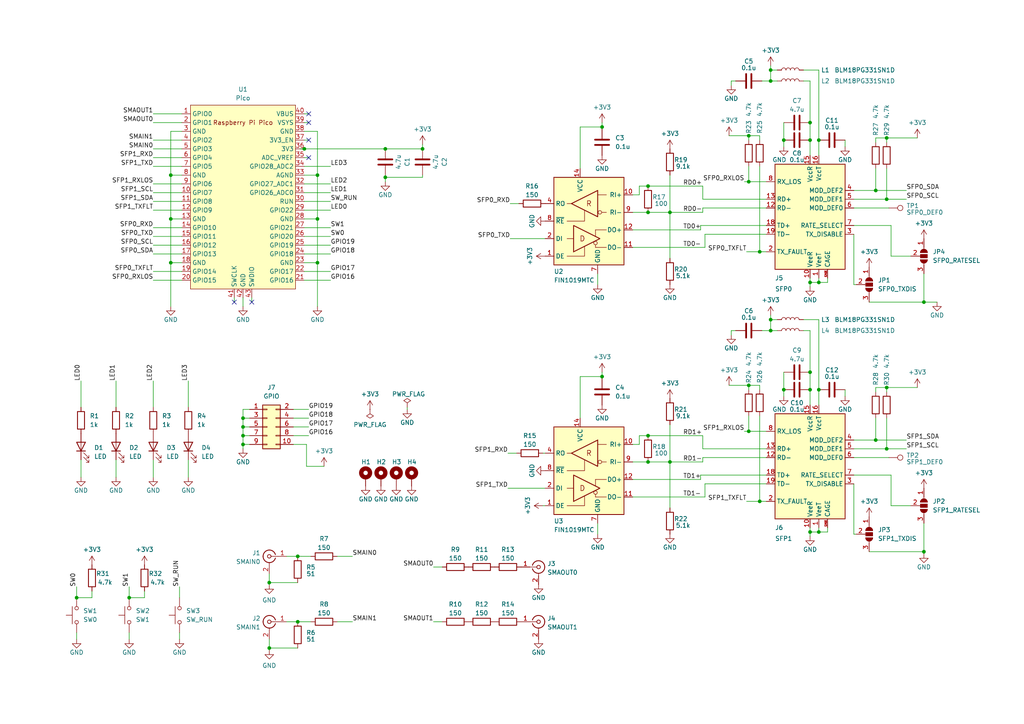
<source format=kicad_sch>
(kicad_sch (version 20211123) (generator eeschema)
  (paper "A4")
  (title_block (title "RasPico SHIBAKI Board") (date "2022-06-06") (rev "1.0") (company "kingyonull @twi_kingyo"))
  (junction (at 223.52 20.32))
  (junction (at 78.105 187.96))
  (junction (at 227.33 40.64))
  (junction (at 257.175 40.005))
  (junction (at 86.3492 161.3603))
  (junction (at 70.485 128.905))
  (junction (at 223.52 92.71))
  (junction (at 174.625 36.83))
  (junction (at 237.49 40.64))
  (junction (at 227.33 113.03))
  (junction (at 187.96 133.985))
  (junction (at 234.95 35.56))
  (junction (at 22.225 173.355))
  (junction (at 217.17 39.37))
  (junction (at 70.485 126.365))
  (junction (at 49.53 63.5))
  (junction (at 234.95 107.95))
  (junction (at 92.075 63.5))
  (junction (at 194.31 61.595))
  (junction (at 220.345 73.025))
  (junction (at 234.95 154.305))
  (junction (at 37.465 173.355))
  (junction (at 49.53 50.8))
  (junction (at 234.95 40.64))
  (junction (at 267.97 87.63))
  (junction (at 111.76 51.435))
  (junction (at 217.17 52.705))
  (junction (at 70.485 123.825))
  (junction (at 92.075 76.2))
  (junction (at 234.95 113.03))
  (junction (at 111.76 43.18))
  (junction (at 237.49 113.03))
  (junction (at 86.36 180.34))
  (junction (at 267.97 160.02))
  (junction (at 194.31 133.985))
  (junction (at 70.485 121.285))
  (junction (at 257.175 112.395))
  (junction (at 187.96 53.975))
  (junction (at 174.625 109.22))
  (junction (at 78.0942 168.9803))
  (junction (at 92.075 50.8))
  (junction (at 234.95 81.915))
  (junction (at 254 127.635))
  (junction (at 49.53 76.2))
  (junction (at 254 55.245))
  (junction (at 237.49 154.305))
  (junction (at 88.265 43.18))
  (junction (at 217.17 111.76))
  (junction (at 122.555 43.18))
  (junction (at 187.96 61.595))
  (junction (at 223.52 23.495))
  (junction (at 257.175 130.175))
  (junction (at 217.17 125.095))
  (junction (at 223.52 95.885))
  (junction (at 220.345 145.415))
  (junction (at 187.96 126.365))
  (junction (at 257.175 57.785))
  (junction (at 237.49 81.915))
  (no_connect (at 89.535 35.56))
  (no_connect (at 67.945 87.63))
  (no_connect (at 73.025 87.63))
  (no_connect (at 89.535 45.72))
  (no_connect (at 89.535 33.02))
  (no_connect (at 89.535 40.64))
  (wire (pts (xy 44.45 81.28) (xy 52.705 81.28)))
  (wire (pts (xy 254 112.395) (xy 257.175 112.395)))
  (wire (pts (xy 92.075 50.8) (xy 92.075 63.5)))
  (wire (pts (xy 254 40.005) (xy 257.175 40.005)))
  (wire (pts (xy 168.275 36.83) (xy 174.625 36.83)))
  (wire (pts (xy 204.47 144.145) (xy 204.47 140.335)))
  (wire (pts (xy 83.185 180.34) (xy 86.36 180.34)))
  (wire (pts (xy 88.265 33.02) (xy 89.535 33.02)))
  (wire (pts (xy 37.465 185.42) (xy 37.465 183.515)))
  (wire (pts (xy 49.53 76.2) (xy 49.53 88.9)))
  (wire (pts (xy 203.2 66.675) (xy 203.2 65.405)))
  (wire (pts (xy 111.76 51.435) (xy 111.76 52.705)))
  (wire (pts (xy 254 127.635) (xy 254 121.285)))
  (wire (pts (xy 23.495 110.49) (xy 23.495 118.11)))
  (wire (pts (xy 85.09 123.825) (xy 89.535 123.825)))
  (wire (pts (xy 22.225 170.18) (xy 22.225 173.355)))
  (wire (pts (xy 185.42 128.905) (xy 185.42 126.365)))
  (wire (pts (xy 234.95 107.95) (xy 234.95 113.03)))
  (wire (pts (xy 252.095 160.02) (xy 267.97 160.02)))
  (wire (pts (xy 254 41.275) (xy 254 40.005)))
  (wire (pts (xy 78.0942 169.6153) (xy 78.0942 168.9803)))
  (wire (pts (xy 183.515 56.515) (xy 185.42 56.515)))
  (wire (pts (xy 227.33 107.95) (xy 227.33 113.03)))
  (wire (pts (xy 85.09 118.745) (xy 89.535 118.745)))
  (wire (pts (xy 183.515 71.755) (xy 204.47 71.755)))
  (wire (pts (xy 247.65 65.405) (xy 258.445 65.405)))
  (wire (pts (xy 204.47 140.335) (xy 222.25 140.335)))
  (wire (pts (xy 220.345 73.025) (xy 222.25 73.025)))
  (wire (pts (xy 267.97 160.655) (xy 267.97 160.02)))
  (wire (pts (xy 211.455 39.37) (xy 217.17 39.37)))
  (wire (pts (xy 240.03 153.035) (xy 240.03 154.305)))
  (wire (pts (xy 183.515 66.675) (xy 203.2 66.675)))
  (wire (pts (xy 247.65 57.785) (xy 257.175 57.785)))
  (wire (pts (xy 223.52 92.71) (xy 225.425 92.71)))
  (wire (pts (xy 111.76 50.8) (xy 111.76 51.435)))
  (wire (pts (xy 88.9 135.255) (xy 88.9 128.905)))
  (wire (pts (xy 70.485 123.825) (xy 70.485 126.365)))
  (wire (pts (xy 185.42 56.515) (xy 185.42 53.975)))
  (wire (pts (xy 88.265 63.5) (xy 92.075 63.5)))
  (wire (pts (xy 257.175 57.785) (xy 257.175 48.895)))
  (wire (pts (xy 194.31 50.8) (xy 194.31 61.595)))
  (wire (pts (xy 72.39 121.285) (xy 70.485 121.285)))
  (wire (pts (xy 88.265 68.58) (xy 95.885 68.58)))
  (wire (pts (xy 54.61 110.49) (xy 54.61 118.11)))
  (wire (pts (xy 237.49 40.64) (xy 237.49 45.085)))
  (wire (pts (xy 194.31 123.19) (xy 194.31 133.985)))
  (wire (pts (xy 220.345 145.415) (xy 222.25 145.415)))
  (wire (pts (xy 44.45 73.66) (xy 52.705 73.66)))
  (wire (pts (xy 44.45 58.42) (xy 52.705 58.42)))
  (wire (pts (xy 41.91 171.45) (xy 41.91 173.355)))
  (wire (pts (xy 185.42 53.975) (xy 187.96 53.975)))
  (wire (pts (xy 147.955 59.055) (xy 150.495 59.055)))
  (wire (pts (xy 215.9 52.705) (xy 217.17 52.705)))
  (wire (pts (xy 223.52 20.32) (xy 223.52 23.495)))
  (wire (pts (xy 88.265 53.34) (xy 95.885 53.34)))
  (wire (pts (xy 88.265 73.66) (xy 95.885 73.66)))
  (wire (pts (xy 217.17 111.76) (xy 220.345 111.76)))
  (wire (pts (xy 88.265 81.28) (xy 95.885 81.28)))
  (wire (pts (xy 247.65 82.55) (xy 248.285 82.55)))
  (wire (pts (xy 111.76 43.18) (xy 122.555 43.18)))
  (wire (pts (xy 258.445 137.795) (xy 258.445 146.685)))
  (wire (pts (xy 88.265 40.64) (xy 89.535 40.64)))
  (wire (pts (xy 44.45 71.12) (xy 52.705 71.12)))
  (wire (pts (xy 217.17 52.705) (xy 222.25 52.705)))
  (wire (pts (xy 223.52 95.885) (xy 225.425 95.885)))
  (wire (pts (xy 237.49 113.03) (xy 237.49 92.71)))
  (wire (pts (xy 234.95 81.915) (xy 234.95 80.645)))
  (wire (pts (xy 72.39 128.905) (xy 70.485 128.905)))
  (wire (pts (xy 220.345 120.65) (xy 220.345 145.415)))
  (wire (pts (xy 247.65 60.325) (xy 257.81 60.325)))
  (wire (pts (xy 78.105 187.96) (xy 86.36 187.96)))
  (wire (pts (xy 33.655 133.35) (xy 33.655 138.43)))
  (wire (pts (xy 234.95 154.305) (xy 234.95 153.035)))
  (wire (pts (xy 185.42 126.365) (xy 187.96 126.365)))
  (wire (pts (xy 247.65 137.795) (xy 258.445 137.795)))
  (wire (pts (xy 240.03 80.645) (xy 240.03 81.915)))
  (wire (pts (xy 220.345 48.26) (xy 220.345 73.025)))
  (wire (pts (xy 220.345 39.37) (xy 220.345 40.64)))
  (wire (pts (xy 125.73 180.34) (xy 128.27 180.34)))
  (wire (pts (xy 237.49 153.035) (xy 237.49 154.305)))
  (wire (pts (xy 271.78 87.63) (xy 267.97 87.63)))
  (wire (pts (xy 158.115 146.685) (xy 157.48 146.685)))
  (wire (pts (xy 187.96 133.985) (xy 194.31 133.985)))
  (wire (pts (xy 44.45 53.34) (xy 52.705 53.34)))
  (wire (pts (xy 234.95 113.03) (xy 234.95 117.475)))
  (wire (pts (xy 26.67 171.45) (xy 26.67 173.355)))
  (wire (pts (xy 211.455 111.76) (xy 217.17 111.76)))
  (wire (pts (xy 257.175 112.395) (xy 257.175 113.665)))
  (wire (pts (xy 247.65 55.245) (xy 254 55.245)))
  (wire (pts (xy 118.11 118.745) (xy 118.11 118.11)))
  (wire (pts (xy 254 55.245) (xy 262.89 55.245)))
  (wire (pts (xy 44.45 133.35) (xy 44.45 138.43)))
  (wire (pts (xy 125.73 164.465) (xy 128.27 164.465)))
  (wire (pts (xy 52.07 170.18) (xy 52.07 173.355)))
  (wire (pts (xy 217.17 125.095) (xy 222.25 125.095)))
  (wire (pts (xy 49.53 63.5) (xy 52.705 63.5)))
  (wire (pts (xy 212.09 97.155) (xy 212.09 95.885)))
  (wire (pts (xy 227.33 40.64) (xy 227.33 42.545)))
  (wire (pts (xy 44.45 110.49) (xy 44.45 118.11)))
  (wire (pts (xy 85.09 126.365) (xy 89.535 126.365)))
  (wire (pts (xy 267.97 79.375) (xy 267.97 87.63)))
  (wire (pts (xy 88.265 71.12) (xy 95.885 71.12)))
  (wire (pts (xy 203.835 130.175) (xy 222.25 130.175)))
  (wire (pts (xy 254 55.245) (xy 254 48.895)))
  (wire (pts (xy 233.045 95.885) (xy 234.95 95.885)))
  (wire (pts (xy 223.52 20.32) (xy 225.425 20.32)))
  (wire (pts (xy 168.275 109.22) (xy 168.275 121.285)))
  (wire (pts (xy 78.0942 168.9803) (xy 78.0942 166.4403)))
  (wire (pts (xy 173.355 82.55) (xy 173.355 79.375)))
  (wire (pts (xy 97.79 180.34) (xy 102.235 180.34)))
  (wire (pts (xy 88.265 50.8) (xy 92.075 50.8)))
  (wire (pts (xy 44.45 43.18) (xy 52.705 43.18)))
  (wire (pts (xy 78.0942 168.9803) (xy 86.3492 168.9803)))
  (wire (pts (xy 183.515 133.985) (xy 187.96 133.985)))
  (wire (pts (xy 203.835 61.595) (xy 203.835 60.325)))
  (wire (pts (xy 183.515 128.905) (xy 185.42 128.905)))
  (wire (pts (xy 97.7792 161.3603) (xy 102.2242 161.3603)))
  (wire (pts (xy 70.485 126.365) (xy 70.485 128.905)))
  (wire (pts (xy 122.555 41.91) (xy 122.555 43.18)))
  (wire (pts (xy 227.33 35.56) (xy 227.33 40.64)))
  (wire (pts (xy 204.47 71.755) (xy 204.47 67.945)))
  (wire (pts (xy 203.835 132.715) (xy 222.25 132.715)))
  (wire (pts (xy 41.91 173.355) (xy 37.465 173.355)))
  (wire (pts (xy 88.9 128.905) (xy 85.09 128.905)))
  (wire (pts (xy 257.175 40.005) (xy 257.175 41.275)))
  (wire (pts (xy 267.97 160.02) (xy 267.97 151.765)))
  (wire (pts (xy 220.345 111.76) (xy 220.345 113.03)))
  (wire (pts (xy 26.67 173.355) (xy 22.225 173.355)))
  (wire (pts (xy 234.95 23.495) (xy 234.95 35.56)))
  (wire (pts (xy 220.98 95.885) (xy 223.52 95.885)))
  (wire (pts (xy 216.535 145.415) (xy 220.345 145.415)))
  (wire (pts (xy 23.495 133.35) (xy 23.495 138.43)))
  (wire (pts (xy 70.485 118.745) (xy 70.485 121.285)))
  (wire (pts (xy 92.075 38.1) (xy 92.075 50.8)))
  (wire (pts (xy 247.65 132.715) (xy 257.81 132.715)))
  (wire (pts (xy 203.2 65.405) (xy 222.25 65.405)))
  (wire (pts (xy 203.835 133.985) (xy 203.835 132.715)))
  (wire (pts (xy 22.225 185.42) (xy 22.225 183.515)))
  (wire (pts (xy 187.96 53.975) (xy 203.835 53.975)))
  (wire (pts (xy 88.265 45.72) (xy 89.535 45.72)))
  (wire (pts (xy 70.485 128.905) (xy 70.485 130.175)))
  (wire (pts (xy 49.53 50.8) (xy 52.705 50.8)))
  (wire (pts (xy 203.835 57.785) (xy 222.25 57.785)))
  (wire (pts (xy 70.485 121.285) (xy 70.485 123.825)))
  (wire (pts (xy 147.32 141.605) (xy 158.115 141.605)))
  (wire (pts (xy 174.625 36.83) (xy 174.625 37.465)))
  (wire (pts (xy 37.465 170.18) (xy 37.465 173.355)))
  (wire (pts (xy 88.265 55.88) (xy 95.885 55.88)))
  (wire (pts (xy 194.31 61.595) (xy 194.31 74.93)))
  (wire (pts (xy 204.47 67.945) (xy 222.25 67.945)))
  (wire (pts (xy 216.535 73.025) (xy 220.345 73.025)))
  (wire (pts (xy 44.45 78.74) (xy 52.705 78.74)))
  (wire (pts (xy 93.98 135.255) (xy 88.9 135.255)))
  (wire (pts (xy 187.96 126.365) (xy 203.835 126.365)))
  (wire (pts (xy 234.95 95.885) (xy 234.95 107.95)))
  (wire (pts (xy 237.49 113.03) (xy 237.49 117.475)))
  (wire (pts (xy 72.39 123.825) (xy 70.485 123.825)))
  (wire (pts (xy 247.65 154.94) (xy 248.285 154.94)))
  (wire (pts (xy 203.835 53.975) (xy 203.835 57.785)))
  (wire (pts (xy 212.09 95.885) (xy 213.36 95.885)))
  (wire (pts (xy 194.31 133.985) (xy 203.835 133.985)))
  (wire (pts (xy 183.515 139.065) (xy 203.2 139.065)))
  (wire (pts (xy 88.265 43.18) (xy 111.76 43.18)))
  (wire (pts (xy 233.045 23.495) (xy 234.95 23.495)))
  (wire (pts (xy 147.955 69.215) (xy 158.115 69.215)))
  (wire (pts (xy 257.175 130.175) (xy 257.175 121.285)))
  (wire (pts (xy 258.445 65.405) (xy 258.445 74.295)))
  (wire (pts (xy 245.11 113.03) (xy 245.11 114.935)))
  (wire (pts (xy 54.61 133.35) (xy 54.61 138.43)))
  (wire (pts (xy 52.07 185.42) (xy 52.07 183.515)))
  (wire (pts (xy 194.31 133.985) (xy 194.31 147.32)))
  (wire (pts (xy 78.105 187.96) (xy 78.105 185.42)))
  (wire (pts (xy 237.49 81.915) (xy 234.95 81.915)))
  (wire (pts (xy 234.95 81.915) (xy 234.95 83.185)))
  (wire (pts (xy 240.03 154.305) (xy 237.49 154.305)))
  (wire (pts (xy 92.075 63.5) (xy 92.075 76.2)))
  (wire (pts (xy 72.39 126.365) (xy 70.485 126.365)))
  (wire (pts (xy 247.65 127.635) (xy 254 127.635)))
  (wire (pts (xy 258.445 74.295) (xy 264.16 74.295)))
  (wire (pts (xy 267.97 87.63) (xy 252.095 87.63)))
  (wire (pts (xy 78.105 188.595) (xy 78.105 187.96)))
  (wire (pts (xy 257.175 57.785) (xy 262.89 57.785)))
  (wire (pts (xy 233.045 92.71) (xy 237.49 92.71)))
  (wire (pts (xy 88.265 66.04) (xy 95.885 66.04)))
  (wire (pts (xy 44.45 33.02) (xy 52.705 33.02)))
  (wire (pts (xy 88.265 38.1) (xy 92.075 38.1)))
  (wire (pts (xy 257.175 40.005) (xy 266.065 40.005)))
  (wire (pts (xy 44.45 48.26) (xy 52.705 48.26)))
  (wire (pts (xy 44.45 35.56) (xy 52.705 35.56)))
  (wire (pts (xy 212.09 23.495) (xy 213.36 23.495)))
  (wire (pts (xy 194.31 61.595) (xy 203.835 61.595)))
  (wire (pts (xy 257.175 130.175) (xy 262.89 130.175)))
  (wire (pts (xy 187.96 61.595) (xy 194.31 61.595)))
  (wire (pts (xy 86.36 180.34) (xy 90.17 180.34)))
  (wire (pts (xy 157.48 131.445) (xy 158.115 131.445)))
  (wire (pts (xy 254 127.635) (xy 262.89 127.635)))
  (wire (pts (xy 215.9 125.095) (xy 217.17 125.095)))
  (wire (pts (xy 223.52 91.44) (xy 223.52 92.71)))
  (wire (pts (xy 44.45 45.72) (xy 52.705 45.72)))
  (wire (pts (xy 52.705 38.1) (xy 49.53 38.1)))
  (wire (pts (xy 247.65 130.175) (xy 257.175 130.175)))
  (wire (pts (xy 203.835 60.325) (xy 222.25 60.325)))
  (wire (pts (xy 233.045 20.32) (xy 237.49 20.32)))
  (wire (pts (xy 67.945 86.36) (xy 67.945 87.63)))
  (wire (pts (xy 237.49 80.645) (xy 237.49 81.915)))
  (wire (pts (xy 88.265 78.74) (xy 95.885 78.74)))
  (wire (pts (xy 183.515 144.145) (xy 204.47 144.145)))
  (wire (pts (xy 237.49 154.305) (xy 234.95 154.305)))
  (wire (pts (xy 72.39 118.745) (xy 70.485 118.745)))
  (wire (pts (xy 245.11 40.64) (xy 245.11 42.545)))
  (wire (pts (xy 217.17 120.65) (xy 217.17 125.095)))
  (wire (pts (xy 73.025 86.36) (xy 73.025 87.63)))
  (wire (pts (xy 44.45 60.96) (xy 52.705 60.96)))
  (wire (pts (xy 122.555 51.435) (xy 122.555 50.8)))
  (wire (pts (xy 92.075 76.2) (xy 92.075 88.9)))
  (wire (pts (xy 203.835 126.365) (xy 203.835 130.175)))
  (wire (pts (xy 220.98 23.495) (xy 223.52 23.495)))
  (wire (pts (xy 223.52 92.71) (xy 223.52 95.885)))
  (wire (pts (xy 49.53 76.2) (xy 52.705 76.2)))
  (wire (pts (xy 49.53 50.8) (xy 49.53 63.5)))
  (wire (pts (xy 168.275 109.22) (xy 174.625 109.22)))
  (wire (pts (xy 44.45 66.04) (xy 52.705 66.04)))
  (wire (pts (xy 88.265 35.56) (xy 89.535 35.56)))
  (wire (pts (xy 227.33 113.03) (xy 227.33 114.935)))
  (wire (pts (xy 257.175 112.395) (xy 266.065 112.395)))
  (wire (pts (xy 174.625 109.22) (xy 174.625 109.855)))
  (wire (pts (xy 83.1742 161.3603) (xy 86.3492 161.3603)))
  (wire (pts (xy 49.53 63.5) (xy 49.53 76.2)))
  (wire (pts (xy 203.2 137.795) (xy 222.25 137.795)))
  (wire (pts (xy 88.265 60.96) (xy 95.885 60.96)))
  (wire (pts (xy 223.52 23.495) (xy 225.425 23.495)))
  (wire (pts (xy 217.17 113.03) (xy 217.17 111.76)))
  (wire (pts (xy 49.53 38.1) (xy 49.53 50.8)))
  (wire (pts (xy 147.32 131.445) (xy 149.86 131.445)))
  (wire (pts (xy 217.17 40.64) (xy 217.17 39.37)))
  (wire (pts (xy 174.625 107.95) (xy 174.625 109.22)))
  (wire (pts (xy 173.355 154.94) (xy 173.355 151.765)))
  (wire (pts (xy 33.655 110.49) (xy 33.655 118.11)))
  (wire (pts (xy 240.03 81.915) (xy 237.49 81.915)))
  (wire (pts (xy 258.445 146.685) (xy 264.16 146.685)))
  (wire (pts (xy 247.65 67.945) (xy 247.65 82.55)))
  (wire (pts (xy 44.45 40.64) (xy 52.705 40.64)))
  (wire (pts (xy 168.275 36.83) (xy 168.275 48.895)))
  (wire (pts (xy 254 113.665) (xy 254 112.395)))
  (wire (pts (xy 247.65 140.335) (xy 247.65 154.94)))
  (wire (pts (xy 86.995 43.18) (xy 88.265 43.18)))
  (wire (pts (xy 217.17 39.37) (xy 220.345 39.37)))
  (wire (pts (xy 234.95 35.56) (xy 234.95 40.64)))
  (wire (pts (xy 183.515 61.595) (xy 187.96 61.595)))
  (wire (pts (xy 86.3492 161.3603) (xy 90.1592 161.3603)))
  (wire (pts (xy 85.09 121.285) (xy 89.535 121.285)))
  (wire (pts (xy 217.17 48.26) (xy 217.17 52.705)))
  (wire (pts (xy 234.95 154.305) (xy 234.95 155.575)))
  (wire (pts (xy 203.2 139.065) (xy 203.2 137.795)))
  (wire (pts (xy 174.625 35.56) (xy 174.625 36.83)))
  (wire (pts (xy 88.265 48.26) (xy 95.885 48.26)))
  (wire (pts (xy 44.45 55.88) (xy 52.705 55.88)))
  (wire (pts (xy 88.265 58.42) (xy 95.885 58.42)))
  (wire (pts (xy 237.49 40.64) (xy 237.49 20.32)))
  (wire (pts (xy 111.76 51.435) (xy 122.555 51.435)))
  (wire (pts (xy 223.52 19.05) (xy 223.52 20.32)))
  (wire (pts (xy 70.485 86.36) (xy 70.485 88.9)))
  (wire (pts (xy 212.09 24.765) (xy 212.09 23.495)))
  (wire (pts (xy 234.95 40.64) (xy 234.95 45.085)))
  (wire (pts (xy 44.45 68.58) (xy 52.705 68.58)))
  (wire (pts (xy 88.265 76.2) (xy 92.075 76.2)))
  (label "SFP0_SDA" (at 44.45 73.66 180))
  (label "SFP1_TXD" (at 44.45 48.26 180))
  (label "SFP1_SCL" (at 44.45 55.88 180))
  (label "SW0" (at 22.225 170.18 90))
  (label "SFP0_RXLOS" (at 44.45 81.28 180))
  (label "SFP1_RXLOS" (at 44.45 53.34 180))
  (label "SFP0_TXD" (at 44.45 68.58 180))
  (label "RD1+" (at 198.12 126.365 0))
  (label "LED1" (at 33.655 110.49 90))
  (label "RD1-" (at 198.12 133.985 0))
  (label "SW1" (at 95.885 66.04 0))
  (label "GPIO19" (at 95.885 71.12 0))
  (label "GPIO16" (at 89.535 126.365 0))
  (label "SFP1_RXLOS" (at 215.9 125.095 180))
  (label "SFP1_SCL" (at 262.89 130.175 0))
  (label "SW1" (at 37.465 170.18 90))
  (label "SFP1_SDA" (at 262.89 127.635 0))
  (label "SMAOUT0" (at 125.73 164.465 180))
  (label "GPIO19" (at 89.535 118.745 0))
  (label "SW_RUN" (at 95.885 58.42 0))
  (label "SFP0_RXD" (at 44.45 66.04 180))
  (label "SFP1_RXD" (at 147.32 131.445 180))
  (label "TD1+" (at 198.12 139.065 0))
  (label "SMAIN0" (at 44.45 43.18 180))
  (label "LED3" (at 95.885 48.26 0))
  (label "SFP1_TXFLT" (at 216.535 145.415 180))
  (label "SFP0_SCL" (at 262.89 57.785 0))
  (label "SMAIN1" (at 102.235 180.34 0))
  (label "SMAOUT1" (at 125.73 180.34 180))
  (label "GPIO16" (at 95.885 81.28 0))
  (label "RD0-" (at 198.12 61.595 0))
  (label "SFP1_RXD" (at 44.45 45.72 180))
  (label "SMAIN1" (at 44.45 40.64 180))
  (label "SMAOUT1" (at 44.45 33.02 180))
  (label "TD0+" (at 198.12 66.675 0))
  (label "SFP1_TXD" (at 147.32 141.605 180))
  (label "SFP0_TXFLT" (at 216.535 73.025 180))
  (label "LED3" (at 54.61 110.49 90))
  (label "SW0" (at 95.885 68.58 0))
  (label "GPIO18" (at 89.535 121.285 0))
  (label "SFP0_TXD" (at 147.955 69.215 180))
  (label "SMAIN0" (at 102.2242 161.3603 0))
  (label "SFP0_SDA" (at 262.89 55.245 0))
  (label "SFP0_RXLOS" (at 215.9 52.705 180))
  (label "TD1-" (at 198.12 144.145 0))
  (label "GPIO18" (at 95.885 73.66 0))
  (label "LED0" (at 23.495 110.49 90))
  (label "TD0-" (at 198.12 71.755 0))
  (label "SFP0_TXFLT" (at 44.45 78.74 180))
  (label "LED1" (at 95.885 55.88 0))
  (label "SFP0_SCL" (at 44.45 71.12 180))
  (label "SFP1_SDA" (at 44.45 58.42 180))
  (label "SFP0_RXD" (at 147.955 59.055 180))
  (label "LED0" (at 95.885 60.96 0))
  (label "SW_RUN" (at 52.07 170.18 90))
  (label "SFP1_TXFLT" (at 44.45 60.96 180))
  (label "LED2" (at 44.45 110.49 90))
  (label "LED2" (at 95.885 53.34 0))
  (label "GPIO17" (at 89.535 123.825 0))
  (label "SMAOUT0" (at 44.45 35.56 180))
  (label "RD0+" (at 198.12 53.975 0))
  (label "GPIO17" (at 95.885 78.74 0))
  (symbol (lib_id "power:+3.3V") (at 122.555 41.91 0) (unit 1)
    (property "Reference" "#PWR014" (effects hide))
    (property "Value" "+3.3V" (at 122.555 37.465 0))
  )
  (symbol (lib_id "power:+3.3V") (at 252.095 149.86 0) (unit 1)
    (property "Reference" "#PWR044" (effects hide))
    (property "Value" "+3.3V" (at 252.095 145.415 0))
  )
  (symbol (lib_id "Connector:Conn_Coaxial") (at 78.0942 161.3603 0) (mirror y) (unit 1)
    (property "Reference" "J1" (at 75.5542 160.3834 0) (effects (justify left)))
    (property "Value" "SMAIN0" (at 75.5542 162.9234 0) (effects (justify left)))
    (property "Footprint" "Connector_Coaxial:SMA_Amphenol_132134_Vertical" (effects hide))
    (property "Datasheet" " ~" (effects hide))
  )
  (symbol (lib_id "Device:R") (at 86.3492 165.1703 0) (unit 1)
    (property "Reference" "R5" (at 90.1592 164.5353 0))
    (property "Value" "51" (at 90.1592 166.4403 0))
    (property "Footprint" "Resistor_SMD:R_0603_1608Metric" (effects hide))
  )
  (symbol (lib_id "Connector:Conn_Coaxial") (at 156.21 180.34 0) (unit 1)
    (property "Reference" "J4" (at 158.75 179.3631 0) (effects (justify left)))
    (property "Value" "SMAOUT1" (at 158.75 181.9031 0) (effects (justify left)))
    (property "Footprint" "Connector_Coaxial:SMA_Amphenol_132134_Vertical" (effects hide))
    (property "Datasheet" " ~" (effects hide))
  )
  (symbol (lib_id "Device:C") (at 241.3 40.64 90) (unit 1)
    (property "Reference" "C11" (at 241.3 34.925 90))
    (property "Value" "0.1u" (at 241.3 36.83 90))
    (property "Footprint" "Capacitor_SMD:C_0402_1005Metric" (effects hide))
  )
  (symbol (lib_id "Device:R") (at 154.305 59.055 90) (unit 1)
    (property "Reference" "R16" (at 154.305 53.975 90))
    (property "Value" "150" (at 154.305 56.515 90))
    (property "Footprint" "Resistor_SMD:R_0402_1005Metric" (effects hide))
  )
  (symbol (lib_id "Device:R") (at 93.98 180.34 90) (unit 1)
    (property "Reference" "R8" (at 93.98 175.26 90))
    (property "Value" "150" (at 93.98 177.8 90))
    (property "Footprint" "Resistor_SMD:R_0402_1005Metric" (effects hide))
  )
  (symbol (lib_id "Switch:SW_Push") (at 22.225 178.435 90) (unit 1)
    (property "Reference" "SW1" (at 24.13 177.1649 90) (effects (justify right)))
    (property "Value" "SW0" (at 24.13 179.7049 90) (effects (justify right)))
    (property "Footprint" "Button_Switch_SMD:SW_Push_1P1T_NO_Vertical_Wuerth_434133025816" (effects hide))
  )
  (symbol (lib_id "power:GND") (at 174.625 117.475 0) (unit 1)
    (property "Reference" "#PWR026" (effects hide))
    (property "Value" "GND" (at 174.625 121.285 0))
  )
  (symbol (lib_id "Device:R") (at 257.175 117.475 0) (unit 1)
    (property "Reference" "R30" (at 257.175 109.855 90))
    (property "Value" "4.7k" (at 257.175 104.775 90))
    (property "Footprint" "Resistor_SMD:R_0402_1005Metric" (effects hide))
  )
  (symbol (lib_id "Mechanical:MountingHole_Pad") (at 110.49 138.43 0) (unit 1)
    (property "Reference" "H2" (at 109.22 133.985 0) (effects (justify left)))
    (property "Value" "MountingHole_Pad" (effects hide))
    (property "Footprint" "MountingHole:MountingHole_3.2mm_M3_Pad_Via" (effects hide))
  )
  (symbol (lib_id "Connector:TestPoint") (at 257.81 60.325 270) (unit 1)
    (property "Reference" "TP1" (at 262.89 59.69 90) (effects (justify left)))
    (property "Value" "SFP0_DEF0" (at 262.89 61.5949 90) (effects (justify left)))
    (property "Footprint" "TestPoint:TestPoint_Pad_D1.0mm" (effects hide))
  )
  (symbol (lib_id "Device:R") (at 187.96 130.175 0) (unit 1)
    (property "Reference" "R18" (at 191.135 129.54 0))
    (property "Value" "100" (at 191.77 131.445 0))
    (property "Footprint" "Resistor_SMD:R_0402_1005Metric" (effects hide))
  )
  (symbol (lib_id "power:GND") (at 173.355 154.94 0) (unit 1)
    (property "Reference" "#PWR022" (effects hide))
    (property "Value" "GND" (at 173.355 158.75 0))
  )
  (symbol (lib_id "Device:C") (at 231.14 40.64 90) (unit 1)
    (property "Reference" "C8" (at 231.14 44.45 90))
    (property "Value" "0.1u" (at 231.14 46.355 90))
    (property "Footprint" "Capacitor_SMD:C_0402_1005Metric" (effects hide))
  )
  (symbol (lib_id "Interface_Optical:SFP") (at 234.95 62.865 0) (mirror y) (unit 1)
    (property "Reference" "J5" (at 224.79 80.645 0) (effects (justify right)))
    (property "Value" "SFP0" (at 224.79 83.82 0) (effects (justify right)))
    (property "Footprint" "Connector:Connector_SFP_and_Cage" (effects hide))
    (property "Datasheet" "http://www.10gtek.com/templates/wzten/pdf/INF-8074.pdf" (effects hide))
  )
  (symbol (lib_id "Device:C") (at 122.555 46.99 0) (unit 1)
    (property "Reference" "C2" (at 128.905 46.99 90))
    (property "Value" "4.7u" (at 126.365 46.99 90))
    (property "Footprint" "Capacitor_SMD:C_0603_1608Metric" (effects hide))
  )
  (symbol (lib_id "power:GND") (at 271.78 87.63 0) (unit 1)
    (property "Reference" "#PWR057" (effects hide))
    (property "Value" "GND" (at 271.78 91.44 0))
  )
  (symbol (lib_id "Device:L") (at 229.235 95.885 90) (unit 1)
    (property "Reference" "L4" (at 239.395 95.885 90))
    (property "Value" "BLM18PG331SN1D" (at 250.825 95.885 90))
    (property "Footprint" "Inductor_SMD:L_0603_1608Metric" (effects hide))
  )
  (symbol (lib_id "power:GND") (at 92.075 88.9 0) (unit 1)
    (property "Reference" "#PWR012" (effects hide))
    (property "Value" "GND" (at 92.075 92.71 0))
  )
  (symbol (lib_id "power:GND") (at 212.09 24.765 0) (unit 1)
    (property "Reference" "#PWR033" (effects hide))
    (property "Value" "GND" (at 212.09 28.575 0))
  )
  (symbol (lib_id "Device:R") (at 93.9692 161.3603 90) (unit 1)
    (property "Reference" "R7" (at 93.9692 156.2803 90))
    (property "Value" "150" (at 93.9692 158.8203 90))
    (property "Footprint" "Resistor_SMD:R_0402_1005Metric" (effects hide))
  )
  (symbol (lib_id "MCU_RaspberryPi_and_Boards:Pico") (at 70.485 57.15 0) (unit 1)
    (property "Reference" "U1" (at 70.485 25.908 0))
    (property "Value" "Pico" (at 70.485 28.448 0))
    (property "Footprint" "MCU_RaspberryPi_and_Boards:RPi_Pico_SMD_TH" (effects hide))
  )
  (symbol (lib_id "Device:C") (at 174.625 41.275 0) (unit 1)
    (property "Reference" "C3" (at 178.435 40.0049 0) (effects (justify left)))
    (property "Value" "0.1u" (at 178.435 42.5449 0) (effects (justify left)))
    (property "Footprint" "Capacitor_SMD:C_0402_1005Metric" (effects hide))
  )
  (symbol (lib_id "Device:R") (at 153.67 131.445 90) (unit 1)
    (property "Reference" "R15" (at 153.67 126.365 90))
    (property "Value" "150" (at 153.67 128.905 90))
    (property "Footprint" "Resistor_SMD:R_0402_1005Metric" (effects hide))
  )
  (symbol (lib_id "Jumper:SolderJumper_3_Open") (at 252.095 154.94 270) (unit 1)
    (property "Reference" "JP3" (at 254.635 153.6699 90) (effects (justify left)))
    (property "Value" "SFP1_TXDIS" (at 254.635 156.2099 90) (effects (justify left)))
    (property "Footprint" "Jumper:SolderJumper-3_P1.3mm_Open_RoundedPad1.0x1.5mm_NumberLabels" (effects hide))
  )
  (symbol (lib_id "power:GND") (at 49.53 88.9 0) (unit 1)
    (property "Reference" "#PWR07" (effects hide))
    (property "Value" "GND" (at 49.53 92.71 0))
  )
  (symbol (lib_id "Device:C") (at 231.14 113.03 90) (unit 1)
    (property "Reference" "C10" (at 231.14 116.84 90))
    (property "Value" "0.1u" (at 231.14 118.745 90))
    (property "Footprint" "Capacitor_SMD:C_0402_1005Metric" (effects hide))
  )
  (symbol (lib_id "Jumper:SolderJumper_3_Open") (at 267.97 146.685 270) (unit 1)
    (property "Reference" "JP2" (at 270.51 145.4149 90) (effects (justify left)))
    (property "Value" "SFP1_RATESEL" (at 270.51 147.9549 90) (effects (justify left)))
    (property "Footprint" "Jumper:SolderJumper-3_P1.3mm_Open_RoundedPad1.0x1.5mm_NumberLabels" (effects hide))
  )
  (symbol (lib_id "Device:C") (at 217.17 95.885 90) (unit 1)
    (property "Reference" "C6" (at 217.17 90.17 90))
    (property "Value" "0.1u" (at 217.17 92.075 90))
    (property "Footprint" "Capacitor_SMD:C_0402_1005Metric" (effects hide))
  )
  (symbol (lib_id "power:GND") (at 78.0942 169.6153 0) (mirror y) (unit 1)
    (property "Reference" "#PWR010" (effects hide))
    (property "Value" "GND" (at 78.0942 174.0603 0))
  )
  (symbol (lib_id "Device:C") (at 217.17 23.495 90) (unit 1)
    (property "Reference" "C5" (at 217.17 17.78 90))
    (property "Value" "0.1u" (at 217.17 19.685 90))
    (property "Footprint" "Capacitor_SMD:C_0402_1005Metric" (effects hide))
  )
  (symbol (lib_id "Device:R") (at 132.08 164.465 90) (unit 1)
    (property "Reference" "R9" (at 132.08 159.385 90))
    (property "Value" "150" (at 132.08 161.925 90))
    (property "Footprint" "Resistor_SMD:R_0402_1005Metric" (effects hide))
  )
  (symbol (lib_id "Device:R") (at 23.495 121.92 0) (unit 1)
    (property "Reference" "R1" (at 26.035 120.6499 0) (effects (justify left)))
    (property "Value" "1k" (at 26.035 123.1899 0) (effects (justify left)))
    (property "Footprint" "Resistor_SMD:R_0603_1608Metric" (effects hide))
  )
  (symbol (lib_id "Device:LED") (at 54.61 129.54 90) (unit 1)
    (property "Reference" "D4" (at 58.42 129.8574 90) (effects (justify right)))
    (property "Value" "LED" (at 58.42 132.3974 90) (effects (justify right)))
    (property "Footprint" "LED_SMD:LED_0603_1608Metric" (effects hide))
  )
  (symbol (lib_id "Device:LED") (at 33.655 129.54 90) (unit 1)
    (property "Reference" "D2" (at 37.465 129.8574 90) (effects (justify right)))
    (property "Value" "LED" (at 37.465 132.3974 90) (effects (justify right)))
    (property "Footprint" "LED_SMD:LED_0603_1608Metric" (effects hide))
  )
  (symbol (lib_id "power:PWR_FLAG") (at 118.11 118.11 0) (unit 1)
    (property "Reference" "#FLG02" (effects hide))
    (property "Value" "PWR_FLAG" (at 113.665 114.3 0) (effects (justify left)))
  )
  (symbol (lib_id "power:+3.3V") (at 223.52 19.05 0) (unit 1)
    (property "Reference" "#PWR035" (effects hide))
    (property "Value" "+3.3V" (at 223.52 14.605 0))
  )
  (symbol (lib_id "power:GND") (at 174.625 45.085 0) (unit 1)
    (property "Reference" "#PWR024" (effects hide))
    (property "Value" "GND" (at 174.625 48.895 0))
  )
  (symbol (lib_id "power:GND") (at 106.045 140.97 0) (unit 1)
    (property "Reference" "#PWR052" (effects hide))
    (property "Value" "GND" (at 106.045 144.78 0))
  )
  (symbol (lib_id "power:+3.3V") (at 267.97 69.215 0) (unit 1)
    (property "Reference" "#PWR056" (effects hide))
    (property "Value" "+3.3V" (at 267.97 64.77 0))
  )
  (symbol (lib_id "Device:C") (at 231.14 35.56 90) (unit 1)
    (property "Reference" "C7" (at 231.14 29.21 90))
    (property "Value" "4.7u" (at 231.14 31.75 90))
    (property "Footprint" "Capacitor_SMD:C_0603_1608Metric" (effects hide))
  )
  (symbol (lib_id "Interface:FIN1019MTC") (at 170.815 64.135 0) (unit 1)
    (property "Reference" "U2" (at 160.655 78.74 0) (effects (justify left)))
    (property "Value" "FIN1019MTC" (at 160.655 81.28 0) (effects (justify left)))
    (property "Footprint" "Package_SO:TSSOP-14_4.4x5mm_P0.65mm" (effects hide))
    (property "Datasheet" "http://www.onsemi.com/pub/Collateral/FIN1019-D.pdf" (effects hide))
  )
  (symbol (lib_id "power:GND") (at 267.97 160.655 0) (unit 1)
    (property "Reference" "#PWR046" (effects hide))
    (property "Value" "GND" (at 267.97 164.465 0))
  )
  (symbol (lib_id "Device:L") (at 229.235 20.32 90) (unit 1)
    (property "Reference" "L1" (at 239.395 20.32 90))
    (property "Value" "BLM18PG331SN1D" (at 250.825 20.32 90))
    (property "Footprint" "Inductor_SMD:L_0603_1608Metric" (effects hide))
  )
  (symbol (lib_id "power:+3.3V") (at 266.065 112.395 0) (unit 1)
    (property "Reference" "#PWR048" (effects hide))
    (property "Value" "+3.3V" (at 266.065 107.95 0))
  )
  (symbol (lib_id "Jumper:SolderJumper_3_Open") (at 267.97 74.295 270) (unit 1)
    (property "Reference" "JP4" (at 270.51 73.0249 90) (effects (justify left)))
    (property "Value" "SFP0_RATESEL" (at 270.51 75.5649 90) (effects (justify left)))
    (property "Footprint" "Jumper:SolderJumper-3_P1.3mm_Open_RoundedPad1.0x1.5mm_NumberLabels" (effects hide))
  )
  (symbol (lib_id "power:GND") (at 234.95 155.575 0) (unit 1)
    (property "Reference" "#PWR040" (effects hide))
    (property "Value" "GND" (at 234.95 159.385 0))
  )
  (symbol (lib_id "power:GND") (at 114.935 140.97 0) (unit 1)
    (property "Reference" "#PWR054" (effects hide))
    (property "Value" "GND" (at 114.935 144.78 0))
  )
  (symbol (lib_id "Device:C") (at 174.625 113.665 0) (unit 1)
    (property "Reference" "C4" (at 178.435 112.3949 0) (effects (justify left)))
    (property "Value" "0.1u" (at 178.435 114.9349 0) (effects (justify left)))
    (property "Footprint" "Capacitor_SMD:C_0402_1005Metric" (effects hide))
  )
  (symbol (lib_id "power:+3.3V") (at 266.065 40.005 0) (unit 1)
    (property "Reference" "#PWR047" (effects hide))
    (property "Value" "+3.3V" (at 266.065 35.56 0))
  )
  (symbol (lib_id "power:GND") (at 156.21 169.545 0) (unit 1)
    (property "Reference" "#PWR015" (effects hide))
    (property "Value" "GND" (at 156.21 173.355 0))
  )
  (symbol (lib_id "Device:R") (at 41.91 167.64 0) (unit 1)
    (property "Reference" "R32" (at 45.085 166.37 0))
    (property "Value" "4.7k" (at 45.72 168.91 0))
    (property "Footprint" "Resistor_SMD:R_0402_1005Metric" (effects hide))
  )
  (symbol (lib_id "power:+3.3V") (at 158.115 74.295 90) (unit 1)
    (property "Reference" "#PWR019" (effects hide))
    (property "Value" "+3.3V" (at 153.67 74.295 0))
  )
  (symbol (lib_id "Device:R") (at 220.345 44.45 0) (unit 1)
    (property "Reference" "R25" (at 220.345 36.83 90))
    (property "Value" "4.7k" (at 220.345 31.75 90))
    (property "Footprint" "Resistor_SMD:R_0402_1005Metric" (effects hide))
  )
  (symbol (lib_id "power:GND") (at 70.485 88.9 0) (unit 1)
    (property "Reference" "#PWR09" (effects hide))
    (property "Value" "GND" (at 70.485 92.71 0))
  )
  (symbol (lib_id "Device:R") (at 139.7 164.465 90) (unit 1)
    (property "Reference" "R11" (at 139.7 159.385 90))
    (property "Value" "150" (at 139.7 161.925 90))
    (property "Footprint" "Resistor_SMD:R_0402_1005Metric" (effects hide))
  )
  (symbol (lib_id "Device:R") (at 44.45 121.92 0) (unit 1)
    (property "Reference" "R3" (at 46.99 120.6499 0) (effects (justify left)))
    (property "Value" "1k" (at 46.99 123.1899 0) (effects (justify left)))
    (property "Footprint" "Resistor_SMD:R_0603_1608Metric" (effects hide))
  )
  (symbol (lib_id "power:GND") (at 194.31 82.55 0) (unit 1)
    (property "Reference" "#PWR028" (effects hide))
    (property "Value" "GND" (at 194.31 86.36 0))
  )
  (symbol (lib_id "power:GND") (at 173.355 82.55 0) (unit 1)
    (property "Reference" "#PWR021" (effects hide))
    (property "Value" "GND" (at 173.355 86.36 0))
  )
  (symbol (lib_id "Device:R") (at 257.175 45.085 0) (unit 1)
    (property "Reference" "R29" (at 257.175 37.465 90))
    (property "Value" "4.7k" (at 257.175 32.385 90))
    (property "Footprint" "Resistor_SMD:R_0402_1005Metric" (effects hide))
  )
  (symbol (lib_id "Device:R") (at 217.17 44.45 0) (unit 1)
    (property "Reference" "R23" (at 217.17 36.83 90))
    (property "Value" "4.7k" (at 217.17 31.75 90))
    (property "Footprint" "Resistor_SMD:R_0402_1005Metric" (effects hide))
  )
  (symbol (lib_id "power:GND") (at 78.105 188.595 0) (mirror y) (unit 1)
    (property "Reference" "#PWR011" (effects hide))
    (property "Value" "GND" (at 78.105 193.04 0))
  )
  (symbol (lib_id "power:GND") (at 44.45 138.43 0) (unit 1)
    (property "Reference" "#PWR05" (effects hide))
    (property "Value" "GND" (at 44.45 142.24 0))
  )
  (symbol (lib_id "power:+3.3V") (at 194.31 43.18 0) (unit 1)
    (property "Reference" "#PWR027" (effects hide))
    (property "Value" "+3.3V" (at 194.31 38.735 0))
  )
  (symbol (lib_id "power:+3.3V") (at 194.31 115.57 0) (unit 1)
    (property "Reference" "#PWR029" (effects hide))
    (property "Value" "+3.3V" (at 194.31 111.125 0))
  )
  (symbol (lib_id "power:GND") (at 234.95 83.185 0) (unit 1)
    (property "Reference" "#PWR039" (effects hide))
    (property "Value" "GND" (at 234.95 86.995 0))
  )
  (symbol (lib_id "Connector:TestPoint") (at 257.81 132.715 270) (unit 1)
    (property "Reference" "TP2" (at 262.89 132.08 90) (effects (justify left)))
    (property "Value" "SFP1_DEF0" (at 262.89 133.9849 90) (effects (justify left)))
    (property "Footprint" "TestPoint:TestPoint_Pad_D1.0mm" (effects hide))
  )
  (symbol (lib_id "power:GND") (at 119.38 140.97 0) (unit 1)
    (property "Reference" "#PWR055" (effects hide))
    (property "Value" "GND" (at 119.38 144.78 0))
  )
  (symbol (lib_id "Device:LED") (at 44.45 129.54 90) (unit 1)
    (property "Reference" "D3" (at 48.26 129.8574 90) (effects (justify right)))
    (property "Value" "LED" (at 48.26 132.3974 90) (effects (justify right)))
    (property "Footprint" "LED_SMD:LED_0603_1608Metric" (effects hide))
  )
  (symbol (lib_id "Device:R") (at 132.08 180.34 90) (unit 1)
    (property "Reference" "R10" (at 132.08 175.26 90))
    (property "Value" "150" (at 132.08 177.8 90))
    (property "Footprint" "Resistor_SMD:R_0402_1005Metric" (effects hide))
  )
  (symbol (lib_id "power:GND") (at 245.11 42.545 0) (unit 1)
    (property "Reference" "#PWR041" (effects hide))
    (property "Value" "GND" (at 245.11 46.355 0))
  )
  (symbol (lib_id "power:GND") (at 194.31 154.94 0) (unit 1)
    (property "Reference" "#PWR030" (effects hide))
    (property "Value" "GND" (at 194.31 158.75 0))
  )
  (symbol (lib_id "Connector_Generic:Conn_02x05_Odd_Even") (at 77.47 123.825 0) (unit 1)
    (property "Reference" "J7" (at 78.74 112.395 0))
    (property "Value" "GPIO" (at 78.74 114.935 0))
    (property "Footprint" "Connector_PinHeader_2.54mm:PinHeader_2x05_P2.54mm_Vertical" (effects hide))
  )
  (symbol (lib_id "Device:C") (at 241.3 113.03 90) (unit 1)
    (property "Reference" "C12" (at 241.3 107.315 90))
    (property "Value" "0.1u" (at 241.3 109.22 90))
    (property "Footprint" "Capacitor_SMD:C_0402_1005Metric" (effects hide))
  )
  (symbol (lib_id "power:GND") (at 156.21 185.42 0) (unit 1)
    (property "Reference" "#PWR016" (effects hide))
    (property "Value" "GND" (at 156.21 189.23 0))
  )
  (symbol (lib_id "power:GND") (at 111.76 52.705 0) (unit 1)
    (property "Reference" "#PWR013" (effects hide))
    (property "Value" "GND" (at 111.76 56.515 0))
  )
  (symbol (lib_id "Device:R") (at 194.31 119.38 0) (unit 1)
    (property "Reference" "R21" (at 197.485 118.745 0))
    (property "Value" "9.1k" (at 198.12 120.65 0))
    (property "Footprint" "Resistor_SMD:R_0402_1005Metric" (effects hide))
  )
  (symbol (lib_id "power:GND") (at 70.485 130.175 0) (mirror y) (unit 1)
    (property "Reference" "#PWR059" (effects hide))
    (property "Value" "GND" (at 70.485 133.985 0))
  )
  (symbol (lib_id "power:+3.3V") (at 211.455 111.76 0) (unit 1)
    (property "Reference" "#PWR032" (effects hide))
    (property "Value" "+3.3V" (at 211.455 107.315 0))
  )
  (symbol (lib_id "Device:R") (at 194.31 151.13 0) (unit 1)
    (property "Reference" "R22" (at 197.485 150.495 0))
    (property "Value" "5.1k" (at 198.12 152.4 0))
    (property "Footprint" "Resistor_SMD:R_0402_1005Metric" (effects hide))
  )
  (symbol (lib_id "power:GND") (at 54.61 138.43 0) (unit 1)
    (property "Reference" "#PWR08" (effects hide))
    (property "Value" "GND" (at 54.61 142.24 0))
  )
  (symbol (lib_id "Mechanical:MountingHole_Pad") (at 114.935 138.43 0) (unit 1)
    (property "Reference" "H3" (at 113.665 133.985 0) (effects (justify left)))
    (property "Value" "MountingHole_Pad" (effects hide))
    (property "Footprint" "MountingHole:MountingHole_3.2mm_M3_Pad_Via" (effects hide))
  )
  (symbol (lib_id "Interface_Optical:SFP") (at 234.95 135.255 0) (mirror y) (unit 1)
    (property "Reference" "J6" (at 224.79 153.035 0) (effects (justify right)))
    (property "Value" "SFP1" (at 224.79 156.21 0) (effects (justify right)))
    (property "Footprint" "Connector:Connector_SFP_and_Cage" (effects hide))
    (property "Datasheet" "http://www.10gtek.com/templates/wzten/pdf/INF-8074.pdf" (effects hide))
  )
  (symbol (lib_id "power:GND") (at 33.655 138.43 0) (unit 1)
    (property "Reference" "#PWR03" (effects hide))
    (property "Value" "GND" (at 33.655 142.24 0))
  )
  (symbol (lib_id "Device:LED") (at 23.495 129.54 90) (unit 1)
    (property "Reference" "D1" (at 27.305 129.8574 90) (effects (justify right)))
    (property "Value" "LED" (at 27.305 132.3974 90) (effects (justify right)))
    (property "Footprint" "LED_SMD:LED_0603_1608Metric" (effects hide))
  )
  (symbol (lib_id "power:PWR_FLAG") (at 107.315 118.745 180) (unit 1)
    (property "Reference" "#FLG01" (effects hide))
    (property "Value" "PWR_FLAG" (at 107.315 123.19 0))
  )
  (symbol (lib_id "power:GND") (at 245.11 114.935 0) (unit 1)
    (property "Reference" "#PWR042" (effects hide))
    (property "Value" "GND" (at 245.11 118.745 0))
  )
  (symbol (lib_id "power:GND") (at 37.465 185.42 0) (unit 1)
    (property "Reference" "#PWR04" (effects hide))
    (property "Value" "GND" (at 37.465 189.23 0))
  )
  (symbol (lib_id "Device:R") (at 26.67 167.64 0) (unit 1)
    (property "Reference" "R31" (at 29.845 166.37 0))
    (property "Value" "4.7k" (at 30.48 168.91 0))
    (property "Footprint" "Resistor_SMD:R_0402_1005Metric" (effects hide))
  )
  (symbol (lib_id "Device:L") (at 229.235 23.495 90) (unit 1)
    (property "Reference" "L2" (at 239.395 23.495 90))
    (property "Value" "BLM18PG331SN1D" (at 250.825 23.495 90))
    (property "Footprint" "Inductor_SMD:L_0603_1608Metric" (effects hide))
  )
  (symbol (lib_id "power:GND") (at 110.49 140.97 0) (unit 1)
    (property "Reference" "#PWR053" (effects hide))
    (property "Value" "GND" (at 110.49 144.78 0))
  )
  (symbol (lib_id "Mechanical:MountingHole_Pad") (at 106.045 138.43 0) (unit 1)
    (property "Reference" "H1" (at 104.775 133.985 0) (effects (justify left)))
    (property "Value" "MountingHole_Pad" (effects hide))
    (property "Footprint" "MountingHole:MountingHole_3.2mm_M3_Pad_Via" (effects hide))
  )
  (symbol (lib_id "power:GND") (at 118.11 118.745 0) (unit 1)
    (property "Reference" "#PWR051" (effects hide))
    (property "Value" "GND" (at 118.11 122.555 0))
  )
  (symbol (lib_id "Mechanical:MountingHole_Pad") (at 119.38 138.43 0) (unit 1)
    (property "Reference" "H4" (at 118.11 133.985 0) (effects (justify left)))
    (property "Value" "MountingHole_Pad" (effects hide))
    (property "Footprint" "MountingHole:MountingHole_3.2mm_M3_Pad_Via" (effects hide))
  )
  (symbol (lib_id "Device:R") (at 217.17 116.84 0) (unit 1)
    (property "Reference" "R24" (at 217.17 109.22 90))
    (property "Value" "4.7k" (at 217.17 104.14 90))
    (property "Footprint" "Resistor_SMD:R_0402_1005Metric" (effects hide))
  )
  (symbol (lib_id "Connector:Conn_Coaxial") (at 78.105 180.34 0) (mirror y) (unit 1)
    (property "Reference" "J2" (at 75.565 179.3631 0) (effects (justify left)))
    (property "Value" "SMAIN1" (at 75.565 181.9031 0) (effects (justify left)))
    (property "Footprint" "Connector_Coaxial:SMA_Amphenol_132134_Vertical" (effects hide))
    (property "Datasheet" " ~" (effects hide))
  )
  (symbol (lib_id "power:GND") (at 227.33 42.545 0) (unit 1)
    (property "Reference" "#PWR037" (effects hide))
    (property "Value" "GND" (at 226.06 46.355 0))
  )
  (symbol (lib_id "power:GND") (at 23.495 138.43 0) (unit 1)
    (property "Reference" "#PWR01" (effects hide))
    (property "Value" "GND" (at 23.495 142.24 0))
  )
  (symbol (lib_id "power:GND") (at 158.115 136.525 270) (unit 1)
    (property "Reference" "#PWR020" (effects hide))
    (property "Value" "GND" (at 154.305 136.525 0))
  )
  (symbol (lib_id "Device:R") (at 254 45.085 0) (unit 1)
    (property "Reference" "R27" (at 254 37.465 90))
    (property "Value" "4.7k" (at 254 32.385 90))
    (property "Footprint" "Resistor_SMD:R_0402_1005Metric" (effects hide))
  )
  (symbol (lib_id "Device:R") (at 187.96 57.785 0) (unit 1)
    (property "Reference" "R17" (at 191.135 57.15 0))
    (property "Value" "100" (at 191.77 59.055 0))
    (property "Footprint" "Resistor_SMD:R_0402_1005Metric" (effects hide))
  )
  (symbol (lib_id "power:+3.3V") (at 267.97 141.605 0) (unit 1)
    (property "Reference" "#PWR045" (effects hide))
    (property "Value" "+3.3V" (at 267.97 137.16 0))
  )
  (symbol (lib_id "Device:R") (at 147.32 180.34 90) (unit 1)
    (property "Reference" "R14" (at 147.32 175.26 90))
    (property "Value" "150" (at 147.32 177.8 90))
    (property "Footprint" "Resistor_SMD:R_0402_1005Metric" (effects hide))
  )
  (symbol (lib_id "Device:R") (at 54.61 121.92 0) (unit 1)
    (property "Reference" "R4" (at 57.15 120.6499 0) (effects (justify left)))
    (property "Value" "1k" (at 57.15 123.1899 0) (effects (justify left)))
    (property "Footprint" "Resistor_SMD:R_0603_1608Metric" (effects hide))
  )
  (symbol (lib_id "power:GND") (at 22.225 185.42 0) (unit 1)
    (property "Reference" "#PWR02" (effects hide))
    (property "Value" "GND" (at 22.225 189.23 0))
  )
  (symbol (lib_id "Connector:Conn_Coaxial") (at 156.21 164.465 0) (unit 1)
    (property "Reference" "J3" (at 158.75 163.4881 0) (effects (justify left)))
    (property "Value" "SMAOUT0" (at 158.75 166.0281 0) (effects (justify left)))
    (property "Footprint" "Connector_Coaxial:SMA_Amphenol_132134_Vertical" (effects hide))
    (property "Datasheet" " ~" (effects hide))
  )
  (symbol (lib_id "Device:R") (at 220.345 116.84 0) (unit 1)
    (property "Reference" "R26" (at 220.345 109.22 90))
    (property "Value" "4.7k" (at 220.345 104.14 90))
    (property "Footprint" "Resistor_SMD:R_0402_1005Metric" (effects hide))
  )
  (symbol (lib_id "Interface:FIN1019MTC") (at 170.815 136.525 0) (unit 1)
    (property "Reference" "U3" (at 160.655 151.13 0) (effects (justify left)))
    (property "Value" "FIN1019MTC" (at 160.655 153.67 0) (effects (justify left)))
    (property "Footprint" "Package_SO:TSSOP-14_4.4x5mm_P0.65mm" (effects hide))
    (property "Datasheet" "http://www.onsemi.com/pub/Collateral/FIN1019-D.pdf" (effects hide))
  )
  (symbol (lib_id "power:+3.3V") (at 174.625 107.95 0) (unit 1)
    (property "Reference" "#PWR025" (effects hide))
    (property "Value" "+3.3V" (at 174.625 103.505 0))
  )
  (symbol (lib_id "power:GND") (at 227.33 114.935 0) (unit 1)
    (property "Reference" "#PWR038" (effects hide))
    (property "Value" "GND" (at 226.06 118.745 0))
  )
  (symbol (lib_id "power:+3.3V") (at 107.315 118.745 0) (unit 1)
    (property "Reference" "#PWR050" (effects hide))
    (property "Value" "+3.3V" (at 107.315 114.3 0))
  )
  (symbol (lib_id "Device:R") (at 147.32 164.465 90) (unit 1)
    (property "Reference" "R13" (at 147.32 159.385 90))
    (property "Value" "150" (at 147.32 161.925 90))
    (property "Footprint" "Resistor_SMD:R_0402_1005Metric" (effects hide))
  )
  (symbol (lib_id "power:+3.3V") (at 174.625 35.56 0) (unit 1)
    (property "Reference" "#PWR023" (effects hide))
    (property "Value" "+3.3V" (at 174.625 31.115 0))
  )
  (symbol (lib_id "Device:C") (at 231.14 107.95 90) (unit 1)
    (property "Reference" "C9" (at 231.14 101.6 90))
    (property "Value" "4.7u" (at 231.14 104.14 90))
    (property "Footprint" "Capacitor_SMD:C_0603_1608Metric" (effects hide))
  )
  (symbol (lib_id "Device:L") (at 229.235 92.71 90) (unit 1)
    (property "Reference" "L3" (at 239.395 92.71 90))
    (property "Value" "BLM18PG331SN1D" (at 250.825 92.71 90))
    (property "Footprint" "Inductor_SMD:L_0603_1608Metric" (effects hide))
  )
  (symbol (lib_id "power:+3.3V") (at 41.91 163.83 0) (unit 1)
    (property "Reference" "#PWR058" (effects hide))
    (property "Value" "+3.3V" (at 41.91 159.385 0))
  )
  (symbol (lib_id "power:+3.3V") (at 223.52 91.44 0) (unit 1)
    (property "Reference" "#PWR036" (effects hide))
    (property "Value" "+3.3V" (at 223.52 86.995 0))
  )
  (symbol (lib_id "Device:R") (at 139.7 180.34 90) (unit 1)
    (property "Reference" "R12" (at 139.7 175.26 90))
    (property "Value" "150" (at 139.7 177.8 90))
    (property "Footprint" "Resistor_SMD:R_0402_1005Metric" (effects hide))
  )
  (symbol (lib_id "Device:R") (at 194.31 78.74 0) (unit 1)
    (property "Reference" "R20" (at 197.485 78.105 0))
    (property "Value" "5.1k" (at 198.12 80.01 0))
    (property "Footprint" "Resistor_SMD:R_0402_1005Metric" (effects hide))
  )
  (symbol (lib_id "Device:R") (at 86.36 184.15 0) (unit 1)
    (property "Reference" "R6" (at 90.17 183.515 0))
    (property "Value" "51" (at 90.17 185.42 0))
    (property "Footprint" "Resistor_SMD:R_0603_1608Metric" (effects hide))
  )
  (symbol (lib_id "power:GND") (at 52.07 185.42 0) (unit 1)
    (property "Reference" "#PWR06" (effects hide))
    (property "Value" "GND" (at 52.07 189.23 0))
  )
  (symbol (lib_id "power:+3.3V") (at 93.98 135.255 0) (mirror y) (unit 1)
    (property "Reference" "#PWR060" (effects hide))
    (property "Value" "+3.3V" (at 93.98 130.81 0))
  )
  (symbol (lib_id "Device:R") (at 194.31 46.99 0) (unit 1)
    (property "Reference" "R19" (at 197.485 46.355 0))
    (property "Value" "9.1k" (at 198.12 48.26 0))
    (property "Footprint" "Resistor_SMD:R_0402_1005Metric" (effects hide))
  )
  (symbol (lib_id "Device:R") (at 33.655 121.92 0) (unit 1)
    (property "Reference" "R2" (at 36.195 120.6499 0) (effects (justify left)))
    (property "Value" "1k" (at 36.195 123.1899 0) (effects (justify left)))
    (property "Footprint" "Resistor_SMD:R_0603_1608Metric" (effects hide))
  )
  (symbol (lib_id "Device:R") (at 254 117.475 0) (unit 1)
    (property "Reference" "R28" (at 254 109.855 90))
    (property "Value" "4.7k" (at 254 104.775 90))
    (property "Footprint" "Resistor_SMD:R_0402_1005Metric" (effects hide))
  )
  (symbol (lib_id "power:+3.3V") (at 26.67 163.83 0) (unit 1)
    (property "Reference" "#PWR049" (effects hide))
    (property "Value" "+3.3V" (at 26.67 159.385 0))
  )
  (symbol (lib_id "Switch:SW_Push") (at 37.465 178.435 90) (unit 1)
    (property "Reference" "SW2" (at 39.37 177.1649 90) (effects (justify right)))
    (property "Value" "SW1" (at 39.37 179.7049 90) (effects (justify right)))
    (property "Footprint" "Button_Switch_SMD:SW_Push_1P1T_NO_Vertical_Wuerth_434133025816" (effects hide))
  )
  (symbol (lib_id "power:GND") (at 212.09 97.155 0) (unit 1)
    (property "Reference" "#PWR034" (effects hide))
    (property "Value" "GND" (at 212.09 100.965 0))
  )
  (symbol (lib_id "Switch:SW_Push") (at 52.07 178.435 90) (unit 1)
    (property "Reference" "SW3" (at 53.975 177.1649 90) (effects (justify right)))
    (property "Value" "SW_RUN" (at 53.975 179.7049 90) (effects (justify right)))
    (property "Footprint" "Button_Switch_SMD:SW_Push_1P1T_NO_Vertical_Wuerth_434133025816" (effects hide))
  )
  (symbol (lib_id "Device:C") (at 111.76 46.99 0) (unit 1)
    (property "Reference" "C1" (at 118.11 46.99 90))
    (property "Value" "4.7u" (at 115.57 46.99 90))
    (property "Footprint" "Capacitor_SMD:C_0603_1608Metric" (effects hide))
  )
  (symbol (lib_id "power:GND") (at 158.115 64.135 270) (unit 1)
    (property "Reference" "#PWR018" (effects hide))
    (property "Value" "GND" (at 154.305 64.135 0))
  )
  (symbol (lib_id "Jumper:SolderJumper_3_Open") (at 252.095 82.55 270) (unit 1)
    (property "Reference" "JP1" (at 254.635 81.2799 90) (effects (justify left)))
    (property "Value" "SFP0_TXDIS" (at 254.635 83.8199 90) (effects (justify left)))
    (property "Footprint" "Jumper:SolderJumper-3_P1.3mm_Open_RoundedPad1.0x1.5mm_NumberLabels" (effects hide))
  )
  (symbol (lib_id "power:+3.3V") (at 157.48 146.685 90) (unit 1)
    (property "Reference" "#PWR017" (effects hide))
    (property "Value" "+3.3V" (at 153.035 146.685 0))
  )
  (symbol (lib_id "power:+3.3V") (at 211.455 39.37 0) (unit 1)
    (property "Reference" "#PWR031" (effects hide))
    (property "Value" "+3.3V" (at 211.455 34.925 0))
  )
  (symbol (lib_id "power:+3.3V") (at 252.095 77.47 0) (unit 1)
    (property "Reference" "#PWR043" (effects hide))
    (property "Value" "+3.3V" (at 252.095 73.025 0))
  )
)
</source>
